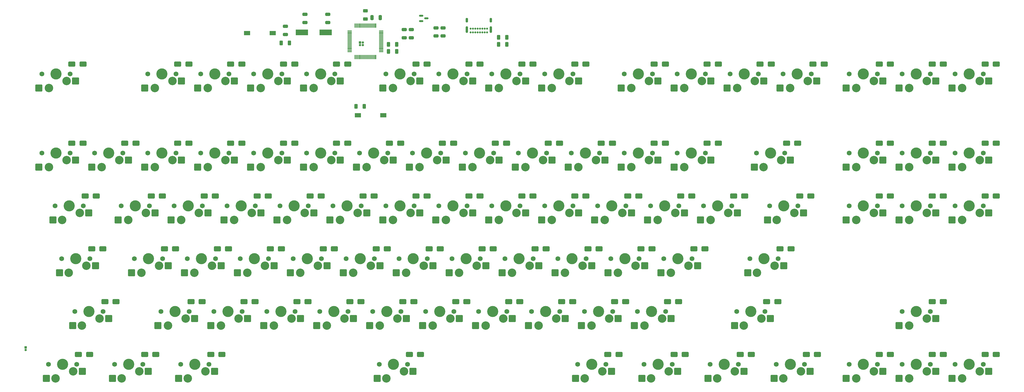
<source format=gbs>
G04 #@! TF.GenerationSoftware,KiCad,Pcbnew,7.0.2*
G04 #@! TF.CreationDate,2023-11-07T00:29:41+01:00*
G04 #@! TF.ProjectId,TKLTheSecond,544b4c54-6865-4536-9563-6f6e642e6b69,rev?*
G04 #@! TF.SameCoordinates,Original*
G04 #@! TF.FileFunction,Soldermask,Bot*
G04 #@! TF.FilePolarity,Negative*
%FSLAX46Y46*%
G04 Gerber Fmt 4.6, Leading zero omitted, Abs format (unit mm)*
G04 Created by KiCad (PCBNEW 7.0.2) date 2023-11-07 00:29:41*
%MOMM*%
%LPD*%
G01*
G04 APERTURE LIST*
G04 Aperture macros list*
%AMRoundRect*
0 Rectangle with rounded corners*
0 $1 Rounding radius*
0 $2 $3 $4 $5 $6 $7 $8 $9 X,Y pos of 4 corners*
0 Add a 4 corners polygon primitive as box body*
4,1,4,$2,$3,$4,$5,$6,$7,$8,$9,$2,$3,0*
0 Add four circle primitives for the rounded corners*
1,1,$1+$1,$2,$3*
1,1,$1+$1,$4,$5*
1,1,$1+$1,$6,$7*
1,1,$1+$1,$8,$9*
0 Add four rect primitives between the rounded corners*
20,1,$1+$1,$2,$3,$4,$5,0*
20,1,$1+$1,$4,$5,$6,$7,0*
20,1,$1+$1,$6,$7,$8,$9,0*
20,1,$1+$1,$8,$9,$2,$3,0*%
G04 Aperture macros list end*
%ADD10R,0.850000X0.850000*%
%ADD11O,0.850000X0.850000*%
%ADD12C,1.750000*%
%ADD13C,3.050000*%
%ADD14C,4.000000*%
%ADD15RoundRect,0.250000X1.025000X1.000000X-1.025000X1.000000X-1.025000X-1.000000X1.025000X-1.000000X0*%
%ADD16C,0.700000*%
%ADD17O,0.900000X1.700000*%
%ADD18O,0.900000X2.400000*%
%ADD19RoundRect,0.250000X1.000000X0.650000X-1.000000X0.650000X-1.000000X-0.650000X1.000000X-0.650000X0*%
%ADD20RoundRect,0.250000X-0.312500X-0.625000X0.312500X-0.625000X0.312500X0.625000X-0.312500X0.625000X0*%
%ADD21RoundRect,0.250000X-0.650000X0.325000X-0.650000X-0.325000X0.650000X-0.325000X0.650000X0.325000X0*%
%ADD22RoundRect,0.250000X0.650000X-0.325000X0.650000X0.325000X-0.650000X0.325000X-0.650000X-0.325000X0*%
%ADD23R,2.180000X1.600000*%
%ADD24RoundRect,0.075000X-0.700000X-0.075000X0.700000X-0.075000X0.700000X0.075000X-0.700000X0.075000X0*%
%ADD25RoundRect,0.075000X-0.075000X-0.700000X0.075000X-0.700000X0.075000X0.700000X-0.075000X0.700000X0*%
%ADD26R,4.500000X2.000000*%
%ADD27RoundRect,0.250000X0.625000X-0.312500X0.625000X0.312500X-0.625000X0.312500X-0.625000X-0.312500X0*%
%ADD28RoundRect,0.250000X0.325000X0.650000X-0.325000X0.650000X-0.325000X-0.650000X0.325000X-0.650000X0*%
%ADD29RoundRect,0.250000X0.312500X0.625000X-0.312500X0.625000X-0.312500X-0.625000X0.312500X-0.625000X0*%
%ADD30RoundRect,0.150000X-0.587500X-0.150000X0.587500X-0.150000X0.587500X0.150000X-0.587500X0.150000X0*%
G04 APERTURE END LIST*
D10*
X34544000Y-160544000D03*
D11*
X34544000Y-161544000D03*
D12*
X264850529Y-147637624D03*
D13*
X263580529Y-150177624D03*
D14*
X259770529Y-147637624D03*
D13*
X257230529Y-152717624D03*
D12*
X254690529Y-147637624D03*
D15*
X253623729Y-152717624D03*
X266855529Y-150177624D03*
D12*
X379150625Y-166687640D03*
D13*
X377880625Y-169227640D03*
D14*
X374070625Y-166687640D03*
D13*
X371530625Y-171767640D03*
D12*
X368990625Y-166687640D03*
D15*
X367923825Y-171767640D03*
X381155625Y-169227640D03*
D12*
X300569309Y-147637624D03*
D13*
X299299309Y-150177624D03*
D14*
X295489309Y-147637624D03*
D13*
X292949309Y-152717624D03*
D12*
X290409309Y-147637624D03*
D15*
X289647309Y-152717624D03*
X302574309Y-150177624D03*
D12*
X136262921Y-109537592D03*
D13*
X134992921Y-112077592D03*
D14*
X131182921Y-109537592D03*
D13*
X128642921Y-114617592D03*
D12*
X126102921Y-109537592D03*
D15*
X125036121Y-114617592D03*
X138267921Y-112077592D03*
D12*
X226750497Y-147637624D03*
D13*
X225480497Y-150177624D03*
D14*
X221670497Y-147637624D03*
D13*
X219130497Y-152717624D03*
D12*
X216590497Y-147637624D03*
D15*
X215523697Y-152717624D03*
X228755497Y-150177624D03*
D12*
X83875377Y-128587608D03*
D13*
X82605377Y-131127608D03*
D14*
X78795377Y-128587608D03*
D13*
X76255377Y-133667608D03*
D12*
X73715377Y-128587608D03*
D15*
X72648577Y-133667608D03*
X85880377Y-131127608D03*
D12*
X307713065Y-90487576D03*
D13*
X306443065Y-93027576D03*
D14*
X302633065Y-90487576D03*
D13*
X300093065Y-95567576D03*
D12*
X297553065Y-90487576D03*
D15*
X296791065Y-95567576D03*
X309718065Y-93027576D03*
D12*
X126737913Y-61912552D03*
D13*
X125467913Y-64452552D03*
D14*
X121657913Y-61912552D03*
D13*
X119117913Y-66992552D03*
D12*
X116577913Y-61912552D03*
D15*
X115511113Y-66992552D03*
X128742913Y-64452552D03*
D12*
X131500417Y-147637624D03*
D13*
X130230417Y-150177624D03*
D14*
X126420417Y-147637624D03*
D13*
X123880417Y-152717624D03*
D12*
X121340417Y-147637624D03*
D15*
X120273617Y-152717624D03*
X133505417Y-150177624D03*
D12*
X69567945Y-90487504D03*
D13*
X68297945Y-93027504D03*
D14*
X64487945Y-90487504D03*
D13*
X61947945Y-95567504D03*
D12*
X59407945Y-90487504D03*
D15*
X58341145Y-95567504D03*
X71572945Y-93027504D03*
D12*
X102925393Y-128587608D03*
D13*
X101655393Y-131127608D03*
D14*
X97845393Y-128587608D03*
D13*
X95305393Y-133667608D03*
D12*
X92765393Y-128587608D03*
D15*
X91698593Y-133667608D03*
X104930393Y-131127608D03*
D12*
X231513001Y-109537592D03*
D13*
X230243001Y-112077592D03*
D14*
X226433001Y-109537592D03*
D13*
X223893001Y-114617592D03*
D12*
X221353001Y-109537592D03*
D15*
X220286201Y-114617592D03*
X233518001Y-112077592D03*
D12*
X198175473Y-128587608D03*
D13*
X196905473Y-131127608D03*
D14*
X193095473Y-128587608D03*
D13*
X190555473Y-133667608D03*
D12*
X188015473Y-128587608D03*
D15*
X186948673Y-133667608D03*
X200180473Y-131127608D03*
D12*
X243399049Y-166687440D03*
D13*
X242129049Y-169227440D03*
D14*
X238319049Y-166687440D03*
D13*
X235779049Y-171767440D03*
D12*
X233239049Y-166687440D03*
D15*
X232477049Y-171767440D03*
X245404049Y-169227440D03*
D12*
X117212905Y-109537592D03*
D13*
X115942905Y-112077592D03*
D14*
X112132905Y-109537592D03*
D13*
X109592905Y-114617592D03*
D12*
X107052905Y-109537592D03*
D15*
X105986105Y-114617592D03*
X119217905Y-112077592D03*
D12*
X241038009Y-90487576D03*
D13*
X239768009Y-93027576D03*
D14*
X235958009Y-90487576D03*
D13*
X233418009Y-95567576D03*
D12*
X230878009Y-90487576D03*
D15*
X229811209Y-95567576D03*
X243043009Y-93027576D03*
D12*
X217225489Y-128587608D03*
D13*
X215955489Y-131127608D03*
D14*
X212145489Y-128587608D03*
D13*
X209605489Y-133667608D03*
D12*
X207065489Y-128587608D03*
D15*
X205998689Y-133667608D03*
X219230489Y-131127608D03*
D12*
X76711689Y-166687440D03*
D13*
X75441689Y-169227440D03*
D14*
X71631689Y-166687440D03*
D13*
X69091689Y-171767440D03*
D12*
X66551689Y-166687440D03*
D15*
X65789689Y-171767440D03*
X78716689Y-169227440D03*
D12*
X171961609Y-166687440D03*
D13*
X170691609Y-169227440D03*
D14*
X166881609Y-166687440D03*
D13*
X164341609Y-171767440D03*
D12*
X161801609Y-166687440D03*
D15*
X161039609Y-171767440D03*
X173966609Y-169227440D03*
D12*
X107687897Y-90487576D03*
D13*
X106417897Y-93027576D03*
D14*
X102607897Y-90487576D03*
D13*
X100067897Y-95567576D03*
D12*
X97527897Y-90487576D03*
D15*
X96461097Y-95567576D03*
X109692897Y-93027576D03*
D12*
X112450401Y-147637624D03*
D13*
X111180401Y-150177624D03*
D14*
X107370401Y-147637624D03*
D13*
X104830401Y-152717624D03*
D12*
X102290401Y-147637624D03*
D15*
X101223601Y-152717624D03*
X114455401Y-150177624D03*
D12*
X169600449Y-147637624D03*
D13*
X168330449Y-150177624D03*
D14*
X164520449Y-147637624D03*
D13*
X161980449Y-152717624D03*
D12*
X159440449Y-147637624D03*
D15*
X158373649Y-152717624D03*
X171605449Y-150177624D03*
D12*
X245800513Y-147637624D03*
D13*
X244530513Y-150177624D03*
D14*
X240720513Y-147637624D03*
D13*
X238180513Y-152717624D03*
D12*
X235640513Y-147637624D03*
D15*
X234573713Y-152717624D03*
X247805513Y-150177624D03*
D12*
X379150625Y-61912552D03*
D13*
X377880625Y-64452552D03*
D14*
X374070625Y-61912552D03*
D13*
X371530625Y-66992552D03*
D12*
X368990625Y-61912552D03*
D15*
X367923825Y-66992552D03*
X381155625Y-64452552D03*
D12*
X202937977Y-90487576D03*
D13*
X201667977Y-93027576D03*
D14*
X197857977Y-90487576D03*
D13*
X195317977Y-95567576D03*
D12*
X192777977Y-90487576D03*
D15*
X191711177Y-95567576D03*
X204942977Y-93027576D03*
D12*
X52938905Y-166687440D03*
D13*
X51668905Y-169227440D03*
D14*
X47858905Y-166687440D03*
D13*
X45318905Y-171767440D03*
D12*
X42778905Y-166687440D03*
D15*
X42016905Y-171767440D03*
X54943905Y-169227440D03*
D12*
X255325521Y-128587608D03*
D13*
X254055521Y-131127608D03*
D14*
X250245521Y-128587608D03*
D13*
X247705521Y-133667608D03*
D12*
X245165521Y-128587608D03*
D15*
X244098721Y-133667608D03*
X257330521Y-131127608D03*
D12*
X274375537Y-128587608D03*
D13*
X273105537Y-131127608D03*
D14*
X269295537Y-128587608D03*
D13*
X266755537Y-133667608D03*
D12*
X264215537Y-128587608D03*
D15*
X263148737Y-133667608D03*
X276380537Y-131127608D03*
D12*
X269613033Y-109537592D03*
D13*
X268343033Y-112077592D03*
D14*
X264533033Y-109537592D03*
D13*
X261993033Y-114617592D03*
D12*
X259453033Y-109537592D03*
D15*
X258386233Y-114617592D03*
X271618033Y-112077592D03*
D12*
X212462985Y-109537592D03*
D13*
X211192985Y-112077592D03*
D14*
X207382985Y-109537592D03*
D13*
X204842985Y-114617592D03*
D12*
X202302985Y-109537592D03*
D15*
X201236185Y-114617592D03*
X214467985Y-112077592D03*
D12*
X221987993Y-90487576D03*
D13*
X220717993Y-93027576D03*
D14*
X216907993Y-90487576D03*
D13*
X214367993Y-95567576D03*
D12*
X211827993Y-90487576D03*
D15*
X210761193Y-95567576D03*
X223992993Y-93027576D03*
D12*
X341050593Y-166687640D03*
D13*
X339780593Y-169227640D03*
D14*
X335970593Y-166687640D03*
D13*
X333430593Y-171767640D03*
D12*
X330890593Y-166687640D03*
D15*
X329823793Y-171767640D03*
X343055593Y-169227640D03*
D12*
X288663049Y-109537592D03*
D13*
X287393049Y-112077592D03*
D14*
X283583049Y-109537592D03*
D13*
X281043049Y-114617592D03*
D12*
X278503049Y-109537592D03*
D15*
X277436249Y-114617592D03*
X290668049Y-112077592D03*
D12*
X193412969Y-61912552D03*
D13*
X192142969Y-64452552D03*
D14*
X188332969Y-61912552D03*
D13*
X185792969Y-66992552D03*
D12*
X183252969Y-61912552D03*
D15*
X182186169Y-66992552D03*
X195417969Y-64452552D03*
D12*
X174362953Y-61912552D03*
D13*
X173092953Y-64452552D03*
D14*
X169282953Y-61912552D03*
D13*
X166742953Y-66992552D03*
D12*
X164202953Y-61912552D03*
D15*
X163136153Y-66992552D03*
X176367953Y-64452552D03*
D12*
X126737913Y-90487576D03*
D13*
X125467913Y-93027576D03*
D14*
X121657913Y-90487576D03*
D13*
X119117913Y-95567576D03*
D12*
X116577913Y-90487576D03*
D15*
X115511113Y-95567576D03*
X128742913Y-93027576D03*
D12*
X145787929Y-61912552D03*
D13*
X144517929Y-64452552D03*
D14*
X140707929Y-61912552D03*
D13*
X138167929Y-66992552D03*
D12*
X135627929Y-61912552D03*
D15*
X134561129Y-66992552D03*
X147792929Y-64452552D03*
D12*
X55300329Y-109537540D03*
D13*
X54030329Y-112077540D03*
D14*
X50220329Y-109537540D03*
D13*
X47680329Y-114617540D03*
D12*
X45140329Y-109537540D03*
D15*
X44378329Y-114617540D03*
X57305329Y-112077540D03*
D12*
X155312937Y-109537592D03*
D13*
X154042937Y-112077592D03*
D14*
X150232937Y-109537592D03*
D13*
X147692937Y-114617592D03*
D12*
X145152937Y-109537592D03*
D15*
X144086137Y-114617592D03*
X157317937Y-112077592D03*
D12*
X62444079Y-147637540D03*
D13*
X61174079Y-150177540D03*
D14*
X57364079Y-147637540D03*
D13*
X54824079Y-152717540D03*
D12*
X52284079Y-147637540D03*
D15*
X51522079Y-152717540D03*
X64449079Y-150177540D03*
D12*
X50537849Y-61912552D03*
D13*
X49267849Y-64452552D03*
D14*
X45457849Y-61912552D03*
D13*
X42917849Y-66992552D03*
D12*
X40377849Y-61912552D03*
D15*
X39311049Y-66992552D03*
X52542849Y-64452552D03*
D12*
X360100609Y-166687640D03*
D13*
X358830609Y-169227640D03*
D14*
X355020609Y-166687640D03*
D13*
X352480609Y-171767640D03*
D12*
X349940609Y-166687640D03*
D15*
X348873809Y-171767640D03*
X362105609Y-169227640D03*
D12*
X145787929Y-90487576D03*
D13*
X144517929Y-93027576D03*
D14*
X140707929Y-90487576D03*
D13*
X138167929Y-95567576D03*
D12*
X135627929Y-90487576D03*
D15*
X134561129Y-95567576D03*
X147792929Y-93027576D03*
D12*
X212462985Y-61912552D03*
D13*
X211192985Y-64452552D03*
D14*
X207382985Y-61912552D03*
D13*
X204842985Y-66992552D03*
D12*
X202302985Y-61912552D03*
D15*
X201236185Y-66992552D03*
X214467985Y-64452552D03*
D12*
X360100609Y-109537592D03*
D13*
X358830609Y-112077592D03*
D14*
X355020609Y-109537592D03*
D13*
X352480609Y-114617592D03*
D12*
X349940609Y-109537592D03*
D15*
X348873809Y-114617592D03*
X362105609Y-112077592D03*
D12*
X279138041Y-90487576D03*
D13*
X277868041Y-93027576D03*
D14*
X274058041Y-90487576D03*
D13*
X271518041Y-95567576D03*
D12*
X268978041Y-90487576D03*
D15*
X267911241Y-95567576D03*
X281143041Y-93027576D03*
D12*
X305331813Y-128587608D03*
D13*
X304061813Y-131127608D03*
D14*
X300251813Y-128587608D03*
D13*
X297711813Y-133667608D03*
D12*
X295171813Y-128587608D03*
D15*
X294409813Y-133667608D03*
X307336813Y-131127608D03*
D12*
X298188057Y-61912552D03*
D13*
X296918057Y-64452552D03*
D14*
X293108057Y-61912552D03*
D13*
X290568057Y-66992552D03*
D12*
X288028057Y-61912552D03*
D15*
X286961257Y-66992552D03*
X300193057Y-64452552D03*
D12*
X314836489Y-166687440D03*
D13*
X313566489Y-169227440D03*
D14*
X309756489Y-166687440D03*
D13*
X307216489Y-171767440D03*
D12*
X304676489Y-166687440D03*
D15*
X303914489Y-171767440D03*
X316841489Y-169227440D03*
D12*
X57681579Y-128587540D03*
D13*
X56411579Y-131127540D03*
D14*
X52601579Y-128587540D03*
D13*
X50061579Y-133667540D03*
D12*
X47521579Y-128587540D03*
D15*
X46759579Y-133667540D03*
X59686579Y-131127540D03*
D12*
X260088025Y-61912552D03*
D13*
X258818025Y-64452552D03*
D14*
X255008025Y-61912552D03*
D13*
X252468025Y-66992552D03*
D12*
X249928025Y-61912552D03*
D15*
X248861225Y-66992552D03*
X262093025Y-64452552D03*
D12*
X231513001Y-61912552D03*
D13*
X230243001Y-64452552D03*
D14*
X226433001Y-61912552D03*
D13*
X223893001Y-66992552D03*
D12*
X221353001Y-61912552D03*
D15*
X220286201Y-66992552D03*
X233518001Y-64452552D03*
D12*
X312475569Y-109537592D03*
D13*
X311205569Y-112077592D03*
D14*
X307395569Y-109537592D03*
D13*
X304855569Y-114617592D03*
D12*
X302315569Y-109537592D03*
D15*
X301553569Y-114617592D03*
X314480569Y-112077592D03*
D12*
X267211529Y-166687440D03*
D13*
X265941529Y-169227440D03*
D14*
X262131529Y-166687440D03*
D13*
X259591529Y-171767440D03*
D12*
X257051529Y-166687440D03*
D15*
X256289529Y-171767440D03*
X269216529Y-169227440D03*
D12*
X79112873Y-109537592D03*
D13*
X77842873Y-112077592D03*
D14*
X74032873Y-109537592D03*
D13*
X71492873Y-114617592D03*
D12*
X68952873Y-109537592D03*
D15*
X67886073Y-114617592D03*
X81117873Y-112077592D03*
D12*
X341050593Y-61912552D03*
D13*
X339780593Y-64452552D03*
D14*
X335970593Y-61912552D03*
D13*
X333430593Y-66992552D03*
D12*
X330890593Y-61912552D03*
D15*
X329823793Y-66992552D03*
X343055593Y-64452552D03*
D12*
X179125457Y-128587608D03*
D13*
X177855457Y-131127608D03*
D14*
X174045457Y-128587608D03*
D13*
X171505457Y-133667608D03*
D12*
X168965457Y-128587608D03*
D15*
X167898657Y-133667608D03*
X181130457Y-131127608D03*
D12*
X88637881Y-90487576D03*
D13*
X87367881Y-93027576D03*
D14*
X83557881Y-90487576D03*
D13*
X81017881Y-95567576D03*
D12*
X78477881Y-90487576D03*
D15*
X77411081Y-95567576D03*
X90642881Y-93027576D03*
D12*
X88637881Y-61912552D03*
D13*
X87367881Y-64452552D03*
D14*
X83557881Y-61912552D03*
D13*
X81017881Y-66992552D03*
D12*
X78477881Y-61912552D03*
D15*
X77411081Y-66992552D03*
X90642881Y-64452552D03*
D12*
X379150625Y-90487576D03*
D13*
X377880625Y-93027576D03*
D14*
X374070625Y-90487576D03*
D13*
X371530625Y-95567576D03*
D12*
X368990625Y-90487576D03*
D15*
X367923825Y-95567576D03*
X381155625Y-93027576D03*
D12*
X341050593Y-109537592D03*
D13*
X339780593Y-112077592D03*
D14*
X335970593Y-109537592D03*
D13*
X333430593Y-114617592D03*
D12*
X330890593Y-109537592D03*
D15*
X329823793Y-114617592D03*
X343055593Y-112077592D03*
D12*
X279138041Y-61912552D03*
D13*
X277868041Y-64452552D03*
D14*
X274058041Y-61912552D03*
D13*
X271518041Y-66992552D03*
D12*
X268978041Y-61912552D03*
D15*
X267911241Y-66992552D03*
X281143041Y-64452552D03*
D12*
X236275505Y-128587608D03*
D13*
X235005505Y-131127608D03*
D14*
X231195505Y-128587608D03*
D13*
X228655505Y-133667608D03*
D12*
X226115505Y-128587608D03*
D15*
X225048705Y-133667608D03*
X238280505Y-131127608D03*
D12*
X107687897Y-61912552D03*
D13*
X106417897Y-64452552D03*
D14*
X102607897Y-61912552D03*
D13*
X100067897Y-66992552D03*
D12*
X97527897Y-61912552D03*
D15*
X96461097Y-66992552D03*
X109692897Y-64452552D03*
D12*
X121975409Y-128587608D03*
D13*
X120705409Y-131127608D03*
D14*
X116895409Y-128587608D03*
D13*
X114355409Y-133667608D03*
D12*
X111815409Y-128587608D03*
D15*
X110748609Y-133667608D03*
X123980409Y-131127608D03*
D12*
X207700481Y-147637624D03*
D13*
X206430481Y-150177624D03*
D14*
X202620481Y-147637624D03*
D13*
X200080481Y-152717624D03*
D12*
X197540481Y-147637624D03*
D15*
X196473681Y-152717624D03*
X209705481Y-150177624D03*
D12*
X360100609Y-61912552D03*
D13*
X358830609Y-64452552D03*
D14*
X355020609Y-61912552D03*
D13*
X352480609Y-66992552D03*
D12*
X349940609Y-61912552D03*
D15*
X348873809Y-66992552D03*
X362105609Y-64452552D03*
D12*
X360100609Y-147637624D03*
D13*
X358830609Y-150177624D03*
D14*
X355020609Y-147637624D03*
D13*
X352480609Y-152717624D03*
D12*
X349940609Y-147637624D03*
D15*
X348873809Y-152717624D03*
X362105609Y-150177624D03*
D12*
X164837945Y-90487576D03*
D13*
X163567945Y-93027576D03*
D14*
X159757945Y-90487576D03*
D13*
X157217945Y-95567576D03*
D12*
X154677945Y-90487576D03*
D15*
X153611145Y-95567576D03*
X166842945Y-93027576D03*
D12*
X291024009Y-166687440D03*
D13*
X289754009Y-169227440D03*
D14*
X285944009Y-166687440D03*
D13*
X283404009Y-171767440D03*
D12*
X280864009Y-166687440D03*
D15*
X280102009Y-171767440D03*
X293029009Y-169227440D03*
D10*
X154915062Y-50552512D03*
D11*
X155915062Y-50552512D03*
X154915062Y-51552512D03*
X155915062Y-51552512D03*
D12*
X98162889Y-109537592D03*
D13*
X96892889Y-112077592D03*
D14*
X93082889Y-109537592D03*
D13*
X90542889Y-114617592D03*
D12*
X88002889Y-109537592D03*
D15*
X86936089Y-114617592D03*
X100167889Y-112077592D03*
D12*
X141025425Y-128587608D03*
D13*
X139755425Y-131127608D03*
D14*
X135945425Y-128587608D03*
D13*
X133405425Y-133667608D03*
D12*
X130865425Y-128587608D03*
D15*
X129798625Y-133667608D03*
X143030425Y-131127608D03*
D12*
X100524169Y-166687440D03*
D13*
X99254169Y-169227440D03*
D14*
X95444169Y-166687440D03*
D13*
X92904169Y-171767440D03*
D12*
X90364169Y-166687440D03*
D15*
X89602169Y-171767440D03*
X102529169Y-169227440D03*
D12*
X379150625Y-109537592D03*
D13*
X377880625Y-112077592D03*
D14*
X374070625Y-109537592D03*
D13*
X371530625Y-114617592D03*
D12*
X368990625Y-109537592D03*
D15*
X367923825Y-114617592D03*
X381155625Y-112077592D03*
D12*
X188650465Y-147637624D03*
D13*
X187380465Y-150177624D03*
D14*
X183570465Y-147637624D03*
D13*
X181030465Y-152717624D03*
D12*
X178490465Y-147637624D03*
D15*
X177423665Y-152717624D03*
X190655465Y-150177624D03*
D12*
X150550433Y-147637624D03*
D13*
X149280433Y-150177624D03*
D14*
X145470433Y-147637624D03*
D13*
X142930433Y-152717624D03*
D12*
X140390433Y-147637624D03*
D15*
X139323633Y-152717624D03*
X152555433Y-150177624D03*
D12*
X50537829Y-90487540D03*
D13*
X49267829Y-93027540D03*
D14*
X45457829Y-90487540D03*
D13*
X42917829Y-95567540D03*
D12*
X40377829Y-90487540D03*
D15*
X39311029Y-95567540D03*
X52542829Y-93027540D03*
D12*
X160075441Y-128587608D03*
D13*
X158805441Y-131127608D03*
D14*
X154995441Y-128587608D03*
D13*
X152455441Y-133667608D03*
D12*
X149915441Y-128587608D03*
D15*
X148848641Y-133667608D03*
X162080441Y-131127608D03*
D12*
X250563017Y-109537592D03*
D13*
X249293017Y-112077592D03*
D14*
X245483017Y-109537592D03*
D13*
X242943017Y-114617592D03*
D12*
X240403017Y-109537592D03*
D15*
X239336217Y-114617592D03*
X252568017Y-112077592D03*
D12*
X174362953Y-109537592D03*
D13*
X173092953Y-112077592D03*
D14*
X169282953Y-109537592D03*
D13*
X166742953Y-114617592D03*
D12*
X164202953Y-109537592D03*
D15*
X163136153Y-114617592D03*
X176367953Y-112077592D03*
D12*
X183887961Y-90487576D03*
D13*
X182617961Y-93027576D03*
D14*
X178807961Y-90487576D03*
D13*
X176267961Y-95567576D03*
D12*
X173727961Y-90487576D03*
D15*
X172661161Y-95567576D03*
X185892961Y-93027576D03*
D12*
X193412969Y-109537592D03*
D13*
X192142969Y-112077592D03*
D14*
X188332969Y-109537592D03*
D13*
X185792969Y-114617592D03*
D12*
X183252969Y-109537592D03*
D15*
X182186169Y-114617592D03*
X195417969Y-112077592D03*
D12*
X360100609Y-90487576D03*
D13*
X358830609Y-93027576D03*
D14*
X355020609Y-90487576D03*
D13*
X352480609Y-95567576D03*
D12*
X349940609Y-90487576D03*
D15*
X348873809Y-95567576D03*
X362105609Y-93027576D03*
D12*
X260088025Y-90487576D03*
D13*
X258818025Y-93027576D03*
D14*
X255008025Y-90487576D03*
D13*
X252468025Y-95567576D03*
D12*
X249928025Y-90487576D03*
D15*
X248861225Y-95567576D03*
X262093025Y-93027576D03*
D12*
X341050593Y-90487576D03*
D13*
X339780593Y-93027576D03*
D14*
X335970593Y-90487576D03*
D13*
X333430593Y-95567576D03*
D12*
X330890593Y-90487576D03*
D15*
X329823793Y-95567576D03*
X343055593Y-93027576D03*
D12*
X93400385Y-147637624D03*
D13*
X92130385Y-150177624D03*
D14*
X88320385Y-147637624D03*
D13*
X85780385Y-152717624D03*
D12*
X83240385Y-147637624D03*
D15*
X82173585Y-152717624D03*
X95405385Y-150177624D03*
D12*
X317238073Y-61912552D03*
D13*
X315968073Y-64452552D03*
D14*
X312158073Y-61912552D03*
D13*
X309618073Y-66992552D03*
D12*
X307078073Y-61912552D03*
D15*
X306011273Y-66992552D03*
X319243073Y-64452552D03*
D16*
X194666303Y-46941135D03*
X195516303Y-46941135D03*
X196366303Y-46941135D03*
X197216303Y-46941135D03*
X198066303Y-46941135D03*
X198916303Y-46941135D03*
X199766303Y-46941135D03*
X200616303Y-46941135D03*
X200616303Y-45591135D03*
X199766303Y-45591135D03*
X198916303Y-45591135D03*
X198066303Y-45591135D03*
X197216303Y-45591135D03*
X196366303Y-45591135D03*
X195516303Y-45591135D03*
X194666303Y-45591135D03*
D17*
X193316303Y-42581135D03*
D18*
X193316303Y-45961135D03*
D17*
X201966303Y-42581135D03*
D18*
X201966303Y-45961135D03*
D19*
X283797110Y-58340674D03*
X279797110Y-58340674D03*
X295703370Y-163115762D03*
X291703370Y-163115762D03*
X164734510Y-125015730D03*
X160734510Y-125015730D03*
D20*
X165141961Y-53797758D03*
X168066961Y-53797758D03*
D21*
X182245000Y-45310000D03*
X182245000Y-48260000D03*
D19*
X312372134Y-86915698D03*
X308372134Y-86915698D03*
X183784526Y-125015730D03*
X179784526Y-125015730D03*
D21*
X184785000Y-45310000D03*
X184785000Y-48260000D03*
D19*
X74246934Y-86915698D03*
X70246934Y-86915698D03*
X231409566Y-144065746D03*
X227409566Y-144065746D03*
D21*
X143325000Y-40435000D03*
X143325000Y-43385000D03*
D19*
X226647062Y-86915698D03*
X222647062Y-86915698D03*
X193309534Y-144065746D03*
X189309534Y-144065746D03*
X55196918Y-86915698D03*
X51196918Y-86915698D03*
X283797110Y-86915698D03*
X279797110Y-86915698D03*
X279034606Y-125015730D03*
X275034606Y-125015730D03*
X364759678Y-86915698D03*
X360759678Y-86915698D03*
D22*
X128016000Y-47703000D03*
X128016000Y-44753000D03*
D19*
X345709662Y-86915698D03*
X341709662Y-86915698D03*
D21*
X173355000Y-45945000D03*
X173355000Y-48895000D03*
D19*
X198072038Y-58340674D03*
X194072038Y-58340674D03*
X176640770Y-163115762D03*
X172640770Y-163115762D03*
X140921990Y-105965714D03*
X136921990Y-105965714D03*
X271890850Y-163115762D03*
X267890850Y-163115762D03*
X364759678Y-163115762D03*
X360759678Y-163115762D03*
X145684494Y-125015730D03*
X141684494Y-125015730D03*
X112346966Y-86915698D03*
X108346966Y-86915698D03*
X81390690Y-163115762D03*
X77390690Y-163115762D03*
X57578170Y-163115762D03*
X53578170Y-163115762D03*
D23*
X123444000Y-47244000D03*
X114264000Y-47244000D03*
X163274500Y-76835000D03*
X154094500Y-76835000D03*
D19*
X321897142Y-58340674D03*
X317897142Y-58340674D03*
X169497014Y-86915698D03*
X165497014Y-86915698D03*
X240934574Y-125015730D03*
X236934574Y-125015730D03*
X264747094Y-86915698D03*
X260747094Y-86915698D03*
D24*
X151170000Y-53915000D03*
X151170000Y-53415000D03*
X151170000Y-52915000D03*
X151170000Y-52415000D03*
X151170000Y-51915000D03*
X151170000Y-51415000D03*
X151170000Y-50915000D03*
X151170000Y-50415000D03*
X151170000Y-49915000D03*
X151170000Y-49415000D03*
X151170000Y-48915000D03*
X151170000Y-48415000D03*
X151170000Y-47915000D03*
X151170000Y-47415000D03*
X151170000Y-46915000D03*
X151170000Y-46415000D03*
D25*
X153095000Y-44490000D03*
X153595000Y-44490000D03*
X154095000Y-44490000D03*
X154595000Y-44490000D03*
X155095000Y-44490000D03*
X155595000Y-44490000D03*
X156095000Y-44490000D03*
X156595000Y-44490000D03*
X157095000Y-44490000D03*
X157595000Y-44490000D03*
X158095000Y-44490000D03*
X158595000Y-44490000D03*
X159095000Y-44490000D03*
X159595000Y-44490000D03*
X160095000Y-44490000D03*
X160595000Y-44490000D03*
D24*
X162520000Y-46415000D03*
X162520000Y-46915000D03*
X162520000Y-47415000D03*
X162520000Y-47915000D03*
X162520000Y-48415000D03*
X162520000Y-48915000D03*
X162520000Y-49415000D03*
X162520000Y-49915000D03*
X162520000Y-50415000D03*
X162520000Y-50915000D03*
X162520000Y-51415000D03*
X162520000Y-51915000D03*
X162520000Y-52415000D03*
X162520000Y-52915000D03*
X162520000Y-53415000D03*
X162520000Y-53915000D03*
D25*
X160595000Y-55840000D03*
X160095000Y-55840000D03*
X159595000Y-55840000D03*
X159095000Y-55840000D03*
X158595000Y-55840000D03*
X158095000Y-55840000D03*
X157595000Y-55840000D03*
X157095000Y-55840000D03*
X156595000Y-55840000D03*
X156095000Y-55840000D03*
X155595000Y-55840000D03*
X155095000Y-55840000D03*
X154595000Y-55840000D03*
X154095000Y-55840000D03*
X153595000Y-55840000D03*
X153095000Y-55840000D03*
D19*
X364759678Y-105965714D03*
X360759678Y-105965714D03*
X217122054Y-58340674D03*
X213122054Y-58340674D03*
X159972006Y-105965714D03*
X155972006Y-105965714D03*
D21*
X170815000Y-45945000D03*
X170815000Y-48895000D03*
D19*
X383809694Y-86915698D03*
X379809694Y-86915698D03*
X248078330Y-163115762D03*
X244078330Y-163115762D03*
X221884558Y-125015730D03*
X217884558Y-125015730D03*
D26*
X142495000Y-46990000D03*
X133995000Y-46990000D03*
D20*
X165155917Y-51299626D03*
X168080917Y-51299626D03*
D19*
X293322118Y-105965714D03*
X289322118Y-105965714D03*
X67103178Y-144065746D03*
X63103178Y-144065746D03*
X136159486Y-144065746D03*
X132159486Y-144065746D03*
X217122054Y-105965714D03*
X213122054Y-105965714D03*
X55196918Y-58340674D03*
X51196918Y-58340674D03*
D27*
X156845000Y-42102500D03*
X156845000Y-39177500D03*
D19*
X317134638Y-105965714D03*
X313134638Y-105965714D03*
X383809694Y-163115762D03*
X379809694Y-163115762D03*
X319515890Y-163115762D03*
X315515890Y-163115762D03*
X131396982Y-58340674D03*
X127396982Y-58340674D03*
X309990882Y-125015730D03*
X305990882Y-125015730D03*
X59959422Y-105965714D03*
X55959422Y-105965714D03*
X345709662Y-163115762D03*
X341709662Y-163115762D03*
D28*
X162181637Y-41658791D03*
X159231637Y-41658791D03*
D19*
X131396982Y-86915698D03*
X127396982Y-86915698D03*
X305228378Y-144065746D03*
X301228378Y-144065746D03*
X207597046Y-86915698D03*
X203597046Y-86915698D03*
X364759678Y-58340674D03*
X360759678Y-58340674D03*
X117109470Y-144065746D03*
X113109470Y-144065746D03*
X383809694Y-58340674D03*
X379809694Y-58340674D03*
X255222086Y-105965714D03*
X251222086Y-105965714D03*
X88534446Y-125015730D03*
X84534446Y-125015730D03*
X236172070Y-58340674D03*
X232172070Y-58340674D03*
X150446998Y-58340674D03*
X146446998Y-58340674D03*
X93296950Y-86915698D03*
X89296950Y-86915698D03*
X102821958Y-105965714D03*
X98821958Y-105965714D03*
X62340674Y-125015730D03*
X58340674Y-125015730D03*
X150446998Y-86915698D03*
X146446998Y-86915698D03*
D29*
X129478500Y-50800000D03*
X126553500Y-50800000D03*
D19*
X174259518Y-144065746D03*
X170259518Y-144065746D03*
X236172070Y-105965714D03*
X232172070Y-105965714D03*
X105203210Y-163115762D03*
X101203210Y-163115762D03*
X188547030Y-86915698D03*
X184547030Y-86915698D03*
X98059454Y-144065746D03*
X94059454Y-144065746D03*
X155209502Y-144065746D03*
X151209502Y-144065746D03*
X126634478Y-125015730D03*
X122634478Y-125015730D03*
X345709662Y-58340674D03*
X341709662Y-58340674D03*
X302847126Y-58340674D03*
X298847126Y-58340674D03*
X274272102Y-105965714D03*
X270272102Y-105965714D03*
D30*
X176862500Y-42860000D03*
X176862500Y-40960000D03*
X178737500Y-41910000D03*
D19*
X259984590Y-125015730D03*
X255984590Y-125015730D03*
X179022022Y-105965714D03*
X175022022Y-105965714D03*
X345709662Y-105965714D03*
X341709662Y-105965714D03*
D20*
X204785500Y-48768000D03*
X207710500Y-48768000D03*
D19*
X179022022Y-58340674D03*
X175022022Y-58340674D03*
X383809694Y-105965714D03*
X379809694Y-105965714D03*
X245697078Y-86915698D03*
X241697078Y-86915698D03*
X121871974Y-105965714D03*
X117871974Y-105965714D03*
X212359550Y-144065746D03*
X208359550Y-144065746D03*
X364759678Y-144065746D03*
X360759678Y-144065746D03*
X198072038Y-105965714D03*
X194072038Y-105965714D03*
X83771942Y-105965714D03*
X79771942Y-105965714D03*
D29*
X207710500Y-51308000D03*
X204785500Y-51308000D03*
D19*
X202834542Y-125015730D03*
X198834542Y-125015730D03*
X250459582Y-144065746D03*
X246459582Y-144065746D03*
D21*
X135070000Y-40435000D03*
X135070000Y-43385000D03*
D19*
X93296950Y-58340674D03*
X89296950Y-58340674D03*
D29*
X156402500Y-73660000D03*
X153477500Y-73660000D03*
D19*
X264747094Y-58340674D03*
X260747094Y-58340674D03*
X107584462Y-125015730D03*
X103584462Y-125015730D03*
X112346966Y-58340674D03*
X108346966Y-58340674D03*
X269509598Y-144065746D03*
X265509598Y-144065746D03*
M02*

</source>
